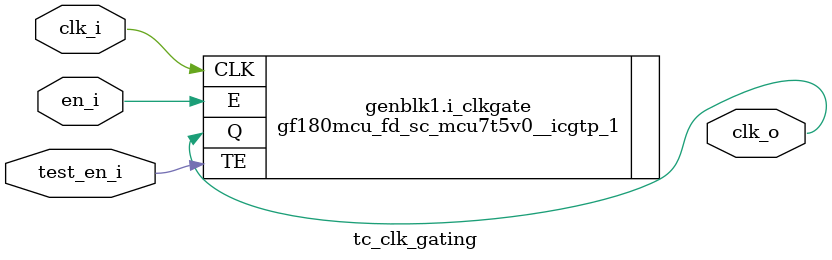
<source format=sv>

module tc_clk_inverter (
    input  logic clk_i,
    output logic clk_o
  );
  (* keep *)(* dont_touch = "true" *)
  gf180mcu_fd_sc_mcu7t5v0__clkinv_1 i_inv (
    .I ( clk_i ),
    .ZN ( clk_o )
  );

endmodule

module tc_clk_buffer (
  input  logic clk_i,
  output logic clk_o
);
  (* keep *)(* dont_touch = "true" *)
  gf180mcu_fd_sc_mcu7t5v0__clkbuf_1 i_buf (
    .I ( clk_i ),
    .ZN ( clk_o )
  );

endmodule

module tc_clk_mux2 (
    input  logic clk0_i,
    input  logic clk1_i,
    input  logic clk_sel_i,
    output logic clk_o
  );
  (* keep *)(* dont_touch = "true" *)
  gf180mcu_fd_sc_mcu7t5v0__mux2_1 i_mux (
    .I0 ( clk0_i    ),
    .I1 ( clk1_i    ),
    .S  ( clk_sel_i ),
    .Z  ( clk_o     )
  );
endmodule

module tc_clk_xor2 (
  input  logic clk0_i,
  input  logic clk1_i,
  output logic clk_o
);

  (* keep *)(* dont_touch = "true" *)
  gf180mcu_fd_sc_mcu7t5v0__xor2_1 i_mux (
    .A1 ( clk0_i ),
    .A2 ( clk1_i ),
    .Z ( clk_o  )
  );
endmodule

module tc_clk_gating #(
    parameter bit IS_FUNCTIONAL = 1'b1
  )(
    input  logic clk_i,
    input  logic en_i,
    input  logic test_en_i,
    output logic clk_o
  );

  if (IS_FUNCTIONAL || `ifdef USE_CLKGATE 1 `else 0 `endif) begin
    (* keep *)(* dont_touch = "true" *)
    gf180mcu_fd_sc_mcu7t5v0__icgtp_1 i_clkgate (
      .E ( en_i  ),
      .TE  ( test_en_i ),
      .CLK  ( clk_i ),
      .Q ( clk_o )
    );
  end else begin
    assign clk_o = clk_i;
  end

endmodule

</source>
